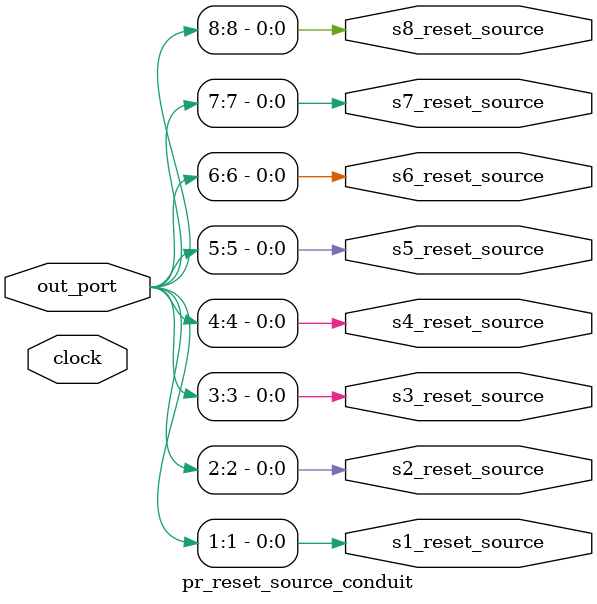
<source format=v>
module pr_reset_source_conduit (
		input    wire			clock,
		// interface from PIO 
		input 	wire [8:0]	out_port,
		// rest output
		output	wire 			s1_reset_source,
		output	wire 			s2_reset_source,
		output	wire 			s3_reset_source,
		output	wire 			s4_reset_source,
		output	wire 			s5_reset_source,
		output	wire 			s6_reset_source,
		output	wire 			s7_reset_source,
		output	wire 			s8_reset_source
);
		
assign s1_reset_source = out_port[1];
assign s2_reset_source = out_port[2];
assign s3_reset_source = out_port[3];
assign s4_reset_source = out_port[4];
assign s5_reset_source = out_port[5];
assign s6_reset_source = out_port[6];
assign s7_reset_source = out_port[7];
assign s8_reset_source = out_port[8];

endmodule 

</source>
